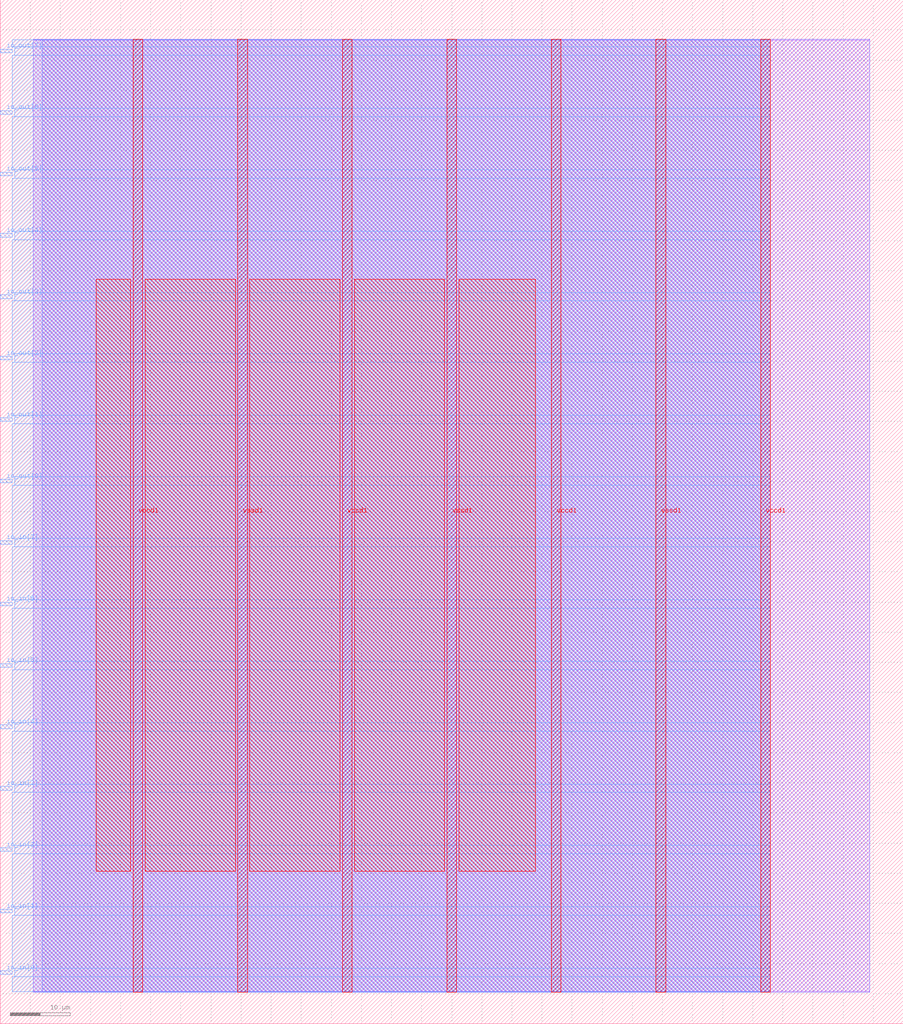
<source format=lef>
VERSION 5.7 ;
  NOWIREEXTENSIONATPIN ON ;
  DIVIDERCHAR "/" ;
  BUSBITCHARS "[]" ;
MACRO chase_the_beat
  CLASS BLOCK ;
  FOREIGN chase_the_beat ;
  ORIGIN 0.000 0.000 ;
  SIZE 150.000 BY 170.000 ;
  PIN io_in[0]
    DIRECTION INPUT ;
    USE SIGNAL ;
    PORT
      LAYER met3 ;
        RECT 0.000 8.200 2.000 8.800 ;
    END
  END io_in[0]
  PIN io_in[1]
    DIRECTION INPUT ;
    USE SIGNAL ;
    PORT
      LAYER met3 ;
        RECT 0.000 18.400 2.000 19.000 ;
    END
  END io_in[1]
  PIN io_in[2]
    DIRECTION INPUT ;
    USE SIGNAL ;
    PORT
      LAYER met3 ;
        RECT 0.000 28.600 2.000 29.200 ;
    END
  END io_in[2]
  PIN io_in[3]
    DIRECTION INPUT ;
    USE SIGNAL ;
    PORT
      LAYER met3 ;
        RECT 0.000 38.800 2.000 39.400 ;
    END
  END io_in[3]
  PIN io_in[4]
    DIRECTION INPUT ;
    USE SIGNAL ;
    PORT
      LAYER met3 ;
        RECT 0.000 49.000 2.000 49.600 ;
    END
  END io_in[4]
  PIN io_in[5]
    DIRECTION INPUT ;
    USE SIGNAL ;
    PORT
      LAYER met3 ;
        RECT 0.000 59.200 2.000 59.800 ;
    END
  END io_in[5]
  PIN io_in[6]
    DIRECTION INPUT ;
    USE SIGNAL ;
    PORT
      LAYER met3 ;
        RECT 0.000 69.400 2.000 70.000 ;
    END
  END io_in[6]
  PIN io_in[7]
    DIRECTION INPUT ;
    USE SIGNAL ;
    PORT
      LAYER met3 ;
        RECT 0.000 79.600 2.000 80.200 ;
    END
  END io_in[7]
  PIN io_out[0]
    DIRECTION OUTPUT TRISTATE ;
    USE SIGNAL ;
    PORT
      LAYER met3 ;
        RECT 0.000 89.800 2.000 90.400 ;
    END
  END io_out[0]
  PIN io_out[1]
    DIRECTION OUTPUT TRISTATE ;
    USE SIGNAL ;
    PORT
      LAYER met3 ;
        RECT 0.000 100.000 2.000 100.600 ;
    END
  END io_out[1]
  PIN io_out[2]
    DIRECTION OUTPUT TRISTATE ;
    USE SIGNAL ;
    PORT
      LAYER met3 ;
        RECT 0.000 110.200 2.000 110.800 ;
    END
  END io_out[2]
  PIN io_out[3]
    DIRECTION OUTPUT TRISTATE ;
    USE SIGNAL ;
    PORT
      LAYER met3 ;
        RECT 0.000 120.400 2.000 121.000 ;
    END
  END io_out[3]
  PIN io_out[4]
    DIRECTION OUTPUT TRISTATE ;
    USE SIGNAL ;
    PORT
      LAYER met3 ;
        RECT 0.000 130.600 2.000 131.200 ;
    END
  END io_out[4]
  PIN io_out[5]
    DIRECTION OUTPUT TRISTATE ;
    USE SIGNAL ;
    PORT
      LAYER met3 ;
        RECT 0.000 140.800 2.000 141.400 ;
    END
  END io_out[5]
  PIN io_out[6]
    DIRECTION OUTPUT TRISTATE ;
    USE SIGNAL ;
    PORT
      LAYER met3 ;
        RECT 0.000 151.000 2.000 151.600 ;
    END
  END io_out[6]
  PIN io_out[7]
    DIRECTION OUTPUT TRISTATE ;
    USE SIGNAL ;
    PORT
      LAYER met3 ;
        RECT 0.000 161.200 2.000 161.800 ;
    END
  END io_out[7]
  PIN vccd1
    DIRECTION INOUT ;
    USE POWER ;
    PORT
      LAYER met4 ;
        RECT 22.090 5.200 23.690 163.440 ;
    END
    PORT
      LAYER met4 ;
        RECT 56.830 5.200 58.430 163.440 ;
    END
    PORT
      LAYER met4 ;
        RECT 91.570 5.200 93.170 163.440 ;
    END
    PORT
      LAYER met4 ;
        RECT 126.310 5.200 127.910 163.440 ;
    END
  END vccd1
  PIN vssd1
    DIRECTION INOUT ;
    USE GROUND ;
    PORT
      LAYER met4 ;
        RECT 39.460 5.200 41.060 163.440 ;
    END
    PORT
      LAYER met4 ;
        RECT 74.200 5.200 75.800 163.440 ;
    END
    PORT
      LAYER met4 ;
        RECT 108.940 5.200 110.540 163.440 ;
    END
  END vssd1
  OBS
      LAYER li1 ;
        RECT 5.520 5.355 144.440 163.285 ;
      LAYER met1 ;
        RECT 5.520 5.200 144.440 163.440 ;
      LAYER met2 ;
        RECT 6.990 5.255 127.880 163.385 ;
      LAYER met3 ;
        RECT 2.000 162.200 127.900 163.365 ;
        RECT 2.400 160.800 127.900 162.200 ;
        RECT 2.000 152.000 127.900 160.800 ;
        RECT 2.400 150.600 127.900 152.000 ;
        RECT 2.000 141.800 127.900 150.600 ;
        RECT 2.400 140.400 127.900 141.800 ;
        RECT 2.000 131.600 127.900 140.400 ;
        RECT 2.400 130.200 127.900 131.600 ;
        RECT 2.000 121.400 127.900 130.200 ;
        RECT 2.400 120.000 127.900 121.400 ;
        RECT 2.000 111.200 127.900 120.000 ;
        RECT 2.400 109.800 127.900 111.200 ;
        RECT 2.000 101.000 127.900 109.800 ;
        RECT 2.400 99.600 127.900 101.000 ;
        RECT 2.000 90.800 127.900 99.600 ;
        RECT 2.400 89.400 127.900 90.800 ;
        RECT 2.000 80.600 127.900 89.400 ;
        RECT 2.400 79.200 127.900 80.600 ;
        RECT 2.000 70.400 127.900 79.200 ;
        RECT 2.400 69.000 127.900 70.400 ;
        RECT 2.000 60.200 127.900 69.000 ;
        RECT 2.400 58.800 127.900 60.200 ;
        RECT 2.000 50.000 127.900 58.800 ;
        RECT 2.400 48.600 127.900 50.000 ;
        RECT 2.000 39.800 127.900 48.600 ;
        RECT 2.400 38.400 127.900 39.800 ;
        RECT 2.000 29.600 127.900 38.400 ;
        RECT 2.400 28.200 127.900 29.600 ;
        RECT 2.000 19.400 127.900 28.200 ;
        RECT 2.400 18.000 127.900 19.400 ;
        RECT 2.000 9.200 127.900 18.000 ;
        RECT 2.400 7.800 127.900 9.200 ;
        RECT 2.000 5.275 127.900 7.800 ;
      LAYER met4 ;
        RECT 15.935 25.335 21.690 123.585 ;
        RECT 24.090 25.335 39.060 123.585 ;
        RECT 41.460 25.335 56.430 123.585 ;
        RECT 58.830 25.335 73.800 123.585 ;
        RECT 76.200 25.335 88.945 123.585 ;
  END
END chase_the_beat
END LIBRARY


</source>
